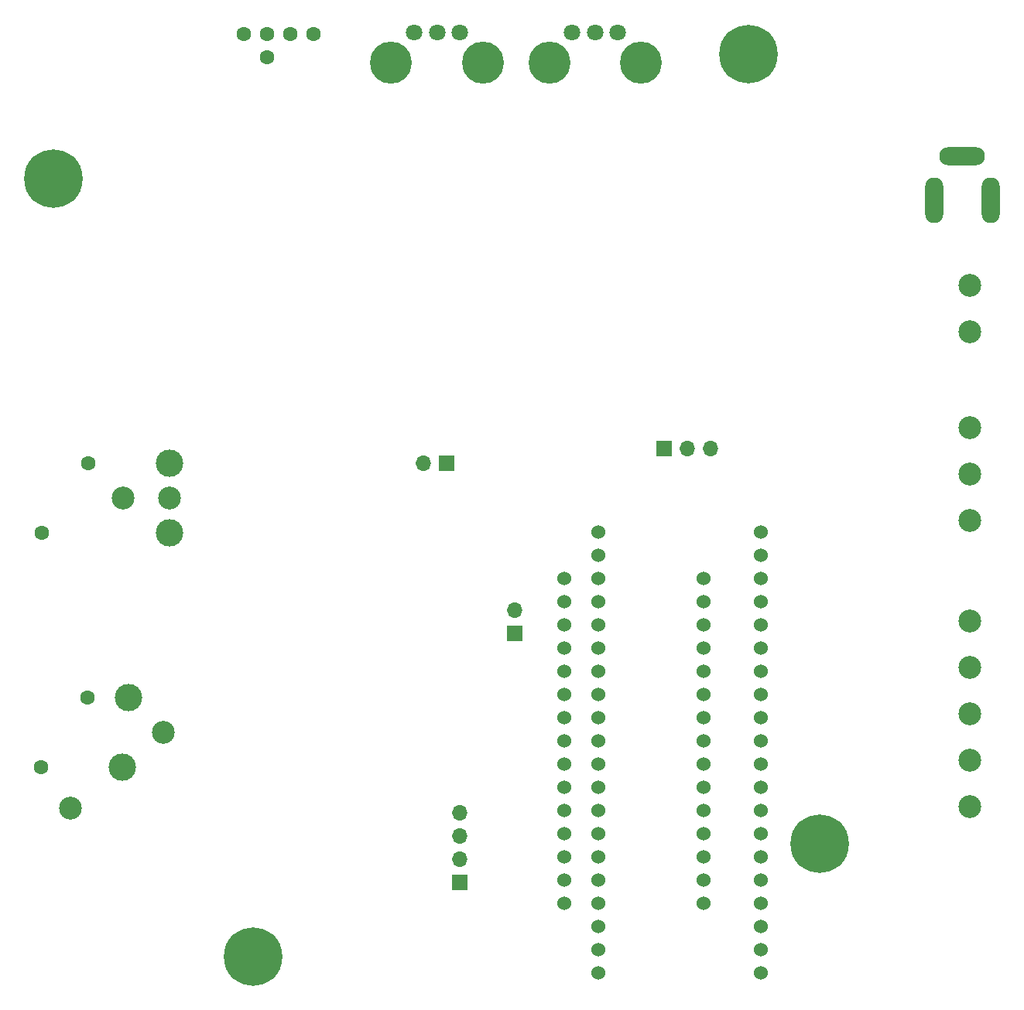
<source format=gbr>
G04 #@! TF.GenerationSoftware,KiCad,Pcbnew,(5.1.5)-2*
G04 #@! TF.CreationDate,2020-04-10T04:28:19+02:00*
G04 #@! TF.ProjectId,LightBoxNano,4c696768-7442-46f7-984e-616e6f2e6b69,rev?*
G04 #@! TF.SameCoordinates,Original*
G04 #@! TF.FileFunction,Soldermask,Bot*
G04 #@! TF.FilePolarity,Negative*
%FSLAX46Y46*%
G04 Gerber Fmt 4.6, Leading zero omitted, Abs format (unit mm)*
G04 Created by KiCad (PCBNEW (5.1.5)-2) date 2020-04-10 04:28:19*
%MOMM*%
%LPD*%
G04 APERTURE LIST*
%ADD10R,1.700000X1.700000*%
%ADD11O,1.700000X1.700000*%
%ADD12C,2.500000*%
%ADD13C,3.000000*%
%ADD14C,1.600000*%
%ADD15C,1.800000*%
%ADD16C,4.600000*%
%ADD17C,1.524000*%
%ADD18O,5.000000X2.000000*%
%ADD19O,2.000000X5.000000*%
%ADD20C,6.400000*%
G04 APERTURE END LIST*
D10*
X145000000Y-103600000D03*
D11*
X145000000Y-101060000D03*
D12*
X107264180Y-88759240D03*
D13*
X107264180Y-84949240D03*
X107264180Y-92569240D03*
D12*
X102184180Y-88759240D03*
D14*
X93294180Y-92569240D03*
X98374180Y-84949240D03*
X98336160Y-110633720D03*
X93256160Y-118253720D03*
D12*
X96426160Y-122693720D03*
D13*
X102781160Y-110633720D03*
X102146160Y-118253720D03*
D12*
X106596160Y-114443720D03*
D14*
X117930000Y-40540000D03*
X123010000Y-38000000D03*
X120470000Y-38000000D03*
X117930000Y-38000000D03*
X115390000Y-38000000D03*
D15*
X134029980Y-37800000D03*
X136529980Y-37800000D03*
X139029980Y-37800000D03*
D16*
X131529980Y-41100000D03*
X141529980Y-41100000D03*
D15*
X151327380Y-37800000D03*
X153827380Y-37800000D03*
X156327380Y-37800000D03*
D16*
X148827380Y-41100000D03*
X158827380Y-41100000D03*
D17*
X165720000Y-112860000D03*
X150480000Y-133180000D03*
X150480000Y-130640000D03*
X150480000Y-128100000D03*
X150480000Y-125560000D03*
X150480000Y-123020000D03*
X150480000Y-120480000D03*
X150480000Y-117940000D03*
X150480000Y-115400000D03*
X150480000Y-112860000D03*
X150480000Y-110320000D03*
X150480000Y-107780000D03*
X150480000Y-105240000D03*
X150480000Y-102700000D03*
X150480000Y-100160000D03*
X150480000Y-97620000D03*
X165720000Y-97620000D03*
X165720000Y-100160000D03*
X165720000Y-102700000D03*
X165720000Y-105240000D03*
X165720000Y-107780000D03*
X165720000Y-110320000D03*
X165720000Y-115400000D03*
X165720000Y-117940000D03*
X165720000Y-120480000D03*
X165720000Y-123020000D03*
X165720000Y-125560000D03*
X165720000Y-128100000D03*
X165720000Y-130640000D03*
X165720000Y-133180000D03*
X154210000Y-105220000D03*
X154210000Y-100140000D03*
X154210000Y-92520000D03*
X154210000Y-115380000D03*
X154210000Y-102680000D03*
X154210000Y-107760000D03*
X154210000Y-97600000D03*
X154210000Y-95060000D03*
X154210000Y-110300000D03*
X154210000Y-123000000D03*
X154210000Y-117920000D03*
X154210000Y-140780000D03*
X154210000Y-138240000D03*
X154210000Y-135700000D03*
X154210000Y-112840000D03*
X154210000Y-128080000D03*
X154210000Y-133160000D03*
X154210000Y-125540000D03*
X154210000Y-130620000D03*
X154210000Y-120460000D03*
X171990000Y-97600000D03*
X171990000Y-95060000D03*
X171990000Y-92520000D03*
X171990000Y-110300000D03*
X171990000Y-102680000D03*
X171990000Y-107760000D03*
X171990000Y-100140000D03*
X171990000Y-105220000D03*
X171990000Y-123000000D03*
X171990000Y-115380000D03*
X171990000Y-120460000D03*
X171990000Y-112840000D03*
X171990000Y-117920000D03*
X171990000Y-130620000D03*
X171990000Y-125540000D03*
X171990000Y-133160000D03*
X171990000Y-128080000D03*
X171990000Y-135700000D03*
X171990000Y-138240000D03*
X171990000Y-140780000D03*
D10*
X161400000Y-83400000D03*
D11*
X163940000Y-83400000D03*
X166480000Y-83400000D03*
D12*
X194800000Y-102280000D03*
X194800000Y-112440000D03*
X194800000Y-122600000D03*
X194800000Y-117520000D03*
X194800000Y-107360000D03*
X194800000Y-65520000D03*
X194800000Y-70600000D03*
D18*
X194000000Y-51400000D03*
D19*
X197100000Y-56200000D03*
X190900000Y-56200000D03*
D12*
X194800000Y-81040000D03*
X194800000Y-91200000D03*
X194800000Y-86120000D03*
D10*
X139050000Y-130900000D03*
D11*
X139050000Y-128360000D03*
X139050000Y-125820000D03*
X139050000Y-123280000D03*
D10*
X137600000Y-85000000D03*
D11*
X135060000Y-85000000D03*
D20*
X94600000Y-53800000D03*
X116400000Y-139000000D03*
X170600000Y-40200000D03*
X178400000Y-126600000D03*
M02*

</source>
